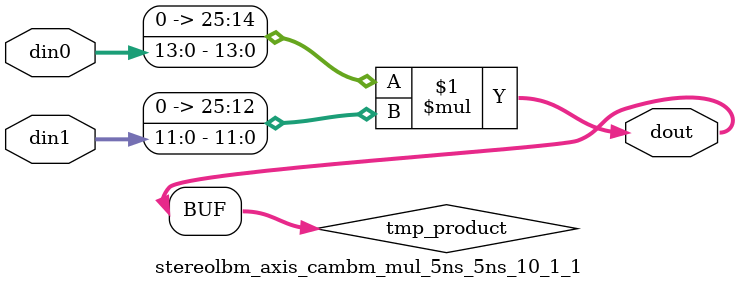
<source format=v>

`timescale 1 ns / 1 ps

  module stereolbm_axis_cambm_mul_5ns_5ns_10_1_1(din0, din1, dout);
parameter ID = 1;
parameter NUM_STAGE = 0;
parameter din0_WIDTH = 14;
parameter din1_WIDTH = 12;
parameter dout_WIDTH = 26;

input [din0_WIDTH - 1 : 0] din0; 
input [din1_WIDTH - 1 : 0] din1; 
output [dout_WIDTH - 1 : 0] dout;

wire signed [dout_WIDTH - 1 : 0] tmp_product;










assign tmp_product = $signed({1'b0, din0}) * $signed({1'b0, din1});











assign dout = tmp_product;







endmodule

</source>
